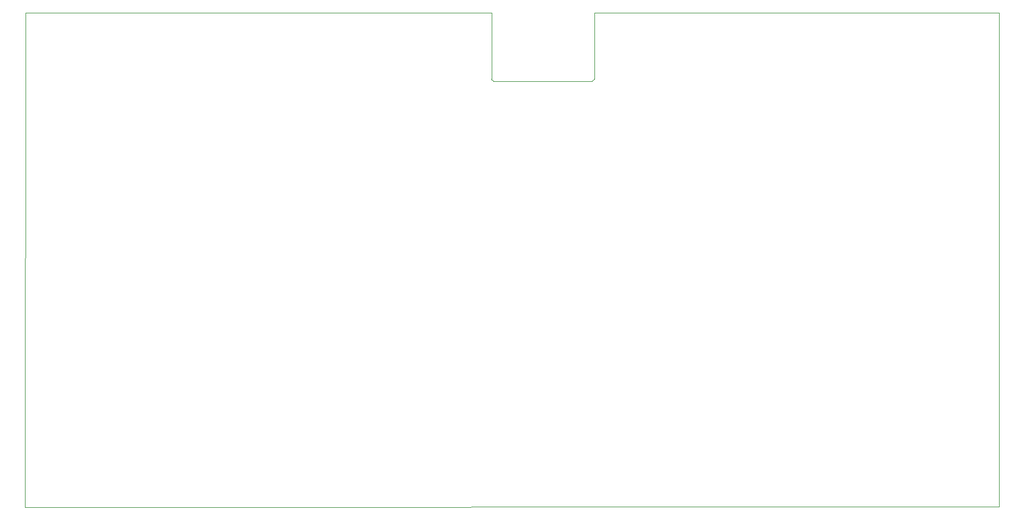
<source format=gbr>
%TF.GenerationSoftware,KiCad,Pcbnew,9.0.2*%
%TF.CreationDate,2025-07-14T16:58:00+03:00*%
%TF.ProjectId,vehicle_io_validator,76656869-636c-4655-9f69-6f5f76616c69,rev?*%
%TF.SameCoordinates,Original*%
%TF.FileFunction,Profile,NP*%
%FSLAX46Y46*%
G04 Gerber Fmt 4.6, Leading zero omitted, Abs format (unit mm)*
G04 Created by KiCad (PCBNEW 9.0.2) date 2025-07-14 16:58:00*
%MOMM*%
%LPD*%
G01*
G04 APERTURE LIST*
%TA.AperFunction,Profile*%
%ADD10C,0.100000*%
%TD*%
G04 APERTURE END LIST*
D10*
X124840000Y-42415000D02*
X124840000Y-52090000D01*
X198910000Y-42415000D02*
X198910000Y-114480000D01*
X56910000Y-42415000D02*
X124840000Y-42415000D01*
X125140000Y-52390000D02*
G75*
G02*
X124840000Y-52090000I0J300000D01*
G01*
X56770000Y-114580000D02*
X56910000Y-42415000D01*
X185910000Y-114480000D02*
X56770000Y-114580000D01*
X185910000Y-114480000D02*
X198910000Y-114480000D01*
X139540000Y-52390000D02*
X125140000Y-52390000D01*
X139840000Y-52090000D02*
G75*
G02*
X139540000Y-52390000I-300000J0D01*
G01*
X139840000Y-42415000D02*
X198910000Y-42415000D01*
X139840000Y-52090000D02*
X139840000Y-42415000D01*
M02*

</source>
